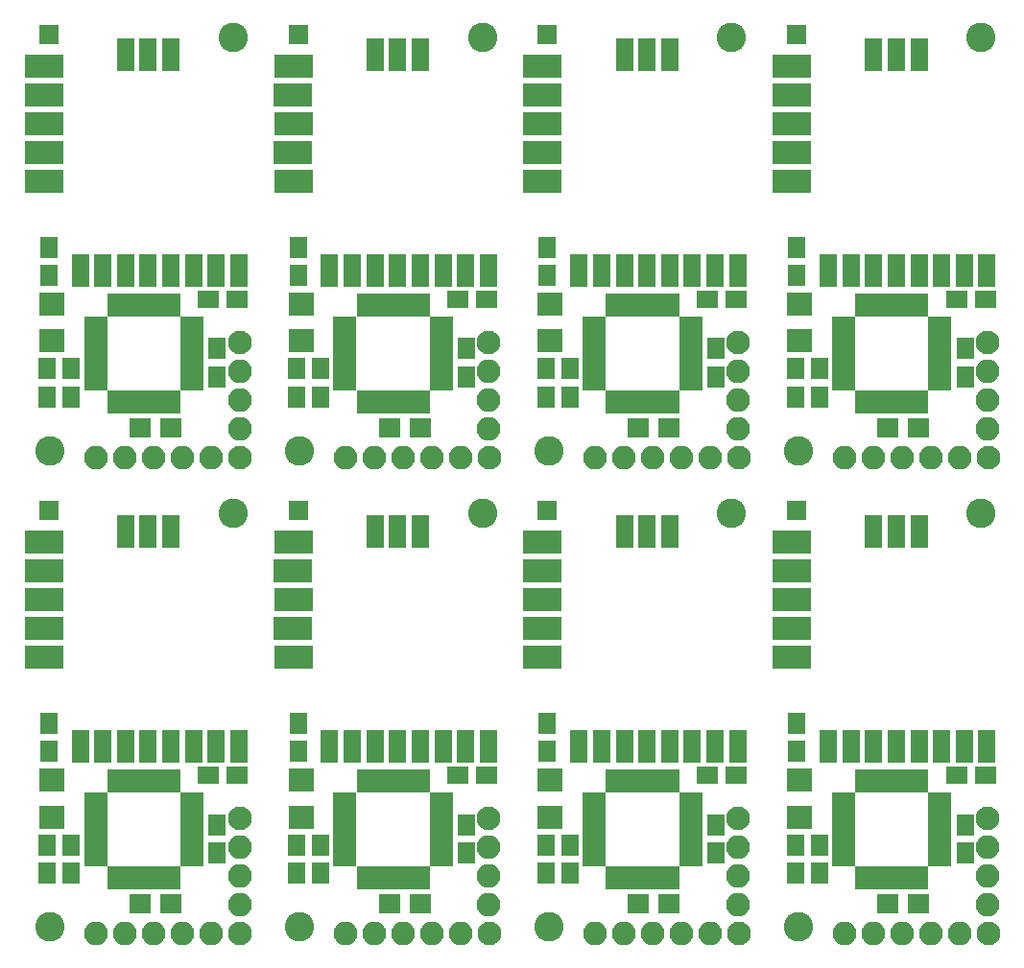
<source format=gbs>
%MOIN*%
%OFA0B0*%
%FSLAX46Y46*%
%IPPOS*%
%LPD*%
%ADD10C,0.0039370078740157488*%
%ADD11R,0.13385826771653545X0.082677165354330714*%
%ADD12R,0.07874015748031496X0.037401574803149609*%
%ADD13R,0.037401574803149609X0.07874015748031496*%
%ADD14C,0.082677165354330714*%
%ADD15O,0.082677165354330714X0.082677165354330714*%
%ADD16R,0.062992125984251982X0.11511811023622047*%
%ADD17R,0.064960629921259838X0.074803149606299218*%
%ADD18R,0.074803149606299218X0.064960629921259838*%
%ADD19R,0.074803149606299218X0.066929133858267723*%
%ADD20R,0.086614173228346469X0.084645669291338585*%
%ADD21C,0.10236220472440946*%
%ADD22R,0.068897637795275593X0.068897637795275593*%
%ADD33C,0.0039370078740157488*%
%ADD34R,0.13385826771653545X0.082677165354330714*%
%ADD35R,0.07874015748031496X0.037401574803149609*%
%ADD36R,0.037401574803149609X0.07874015748031496*%
%ADD37C,0.082677165354330714*%
%ADD38O,0.082677165354330714X0.082677165354330714*%
%ADD39R,0.062992125984251982X0.11511811023622047*%
%ADD40R,0.064960629921259838X0.074803149606299218*%
%ADD41R,0.074803149606299218X0.064960629921259838*%
%ADD42R,0.074803149606299218X0.066929133858267723*%
%ADD43R,0.086614173228346469X0.084645669291338585*%
%ADD44C,0.10236220472440946*%
%ADD45R,0.068897637795275593X0.068897637795275593*%
%ADD56C,0.0039370078740157488*%
%ADD57R,0.13385826771653545X0.082677165354330714*%
%ADD58R,0.07874015748031496X0.037401574803149609*%
%ADD59R,0.037401574803149609X0.07874015748031496*%
%ADD60C,0.082677165354330714*%
%ADD61O,0.082677165354330714X0.082677165354330714*%
%ADD62R,0.062992125984251982X0.11511811023622047*%
%ADD63R,0.064960629921259838X0.074803149606299218*%
%ADD64R,0.074803149606299218X0.064960629921259838*%
%ADD65R,0.074803149606299218X0.066929133858267723*%
%ADD66R,0.086614173228346469X0.084645669291338585*%
%ADD67C,0.10236220472440946*%
%ADD68R,0.068897637795275593X0.068897637795275593*%
%ADD79C,0.0039370078740157488*%
%ADD80R,0.13385826771653545X0.082677165354330714*%
%ADD81R,0.07874015748031496X0.037401574803149609*%
%ADD82R,0.037401574803149609X0.07874015748031496*%
%ADD83C,0.082677165354330714*%
%ADD84O,0.082677165354330714X0.082677165354330714*%
%ADD85R,0.062992125984251982X0.11511811023622047*%
%ADD86R,0.064960629921259838X0.074803149606299218*%
%ADD87R,0.074803149606299218X0.064960629921259838*%
%ADD88R,0.074803149606299218X0.066929133858267723*%
%ADD89R,0.086614173228346469X0.084645669291338585*%
%ADD90C,0.10236220472440946*%
%ADD91R,0.068897637795275593X0.068897637795275593*%
%ADD102C,0.0039370078740157488*%
%ADD103R,0.13385826771653545X0.082677165354330714*%
%ADD104R,0.07874015748031496X0.037401574803149609*%
%ADD105R,0.037401574803149609X0.07874015748031496*%
%ADD106C,0.082677165354330714*%
%ADD107O,0.082677165354330714X0.082677165354330714*%
%ADD108R,0.062992125984251982X0.11511811023622047*%
%ADD109R,0.064960629921259838X0.074803149606299218*%
%ADD110R,0.074803149606299218X0.064960629921259838*%
%ADD111R,0.074803149606299218X0.066929133858267723*%
%ADD112R,0.086614173228346469X0.084645669291338585*%
%ADD113C,0.10236220472440946*%
%ADD114R,0.068897637795275593X0.068897637795275593*%
%ADD125C,0.0039370078740157488*%
%ADD126R,0.13385826771653545X0.082677165354330714*%
%ADD127R,0.07874015748031496X0.037401574803149609*%
%ADD128R,0.037401574803149609X0.07874015748031496*%
%ADD129C,0.082677165354330714*%
%ADD130O,0.082677165354330714X0.082677165354330714*%
%ADD131R,0.062992125984251982X0.11511811023622047*%
%ADD132R,0.064960629921259838X0.074803149606299218*%
%ADD133R,0.074803149606299218X0.064960629921259838*%
%ADD134R,0.074803149606299218X0.066929133858267723*%
%ADD135R,0.086614173228346469X0.084645669291338585*%
%ADD136C,0.10236220472440946*%
%ADD137R,0.068897637795275593X0.068897637795275593*%
%ADD148C,0.0039370078740157488*%
%ADD149R,0.13385826771653545X0.082677165354330714*%
%ADD150R,0.07874015748031496X0.037401574803149609*%
%ADD151R,0.037401574803149609X0.07874015748031496*%
%ADD152C,0.082677165354330714*%
%ADD153O,0.082677165354330714X0.082677165354330714*%
%ADD154R,0.062992125984251982X0.11511811023622047*%
%ADD155R,0.064960629921259838X0.074803149606299218*%
%ADD156R,0.074803149606299218X0.064960629921259838*%
%ADD157R,0.074803149606299218X0.066929133858267723*%
%ADD158R,0.086614173228346469X0.084645669291338585*%
%ADD159C,0.10236220472440946*%
%ADD160R,0.068897637795275593X0.068897637795275593*%
%ADD171C,0.0039370078740157488*%
%ADD172R,0.13385826771653545X0.082677165354330714*%
%ADD173R,0.07874015748031496X0.037401574803149609*%
%ADD174R,0.037401574803149609X0.07874015748031496*%
%ADD175C,0.082677165354330714*%
%ADD176O,0.082677165354330714X0.082677165354330714*%
%ADD177R,0.062992125984251982X0.11511811023622047*%
%ADD178R,0.064960629921259838X0.074803149606299218*%
%ADD179R,0.074803149606299218X0.064960629921259838*%
%ADD180R,0.074803149606299218X0.066929133858267723*%
%ADD181R,0.086614173228346469X0.084645669291338585*%
%ADD182C,0.10236220472440946*%
%ADD183R,0.068897637795275593X0.068897637795275593*%
%LPD*%
G01*
D10*
D11*
X-0006692913Y0004921259D02*
X0000055531Y0001006259D03*
X0000055531Y0001206259D03*
X0000055531Y0001406258D03*
X0000054586Y0001106259D03*
X0000054586Y0001306259D03*
D12*
X0000234763Y0000298523D03*
X0000234763Y0000330019D03*
X0000234763Y0000361515D03*
X0000234763Y0000393011D03*
X0000234763Y0000424507D03*
X0000234763Y0000456003D03*
X0000234763Y0000487499D03*
X0000234763Y0000518996D03*
D13*
X0000291850Y0000576082D03*
X0000323346Y0000576082D03*
X0000354841Y0000576082D03*
X0000386338Y0000576082D03*
X0000417834Y0000576082D03*
X0000449330Y0000576082D03*
X0000480826Y0000576082D03*
X0000512322Y0000576082D03*
D12*
X0000569409Y0000518996D03*
X0000569409Y0000487499D03*
X0000569409Y0000456003D03*
X0000569409Y0000424507D03*
X0000569409Y0000393011D03*
X0000569409Y0000361515D03*
X0000569409Y0000330019D03*
X0000569409Y0000298523D03*
D13*
X0000512322Y0000241435D03*
X0000480826Y0000241435D03*
X0000449330Y0000241435D03*
X0000417834Y0000241435D03*
X0000386338Y0000241435D03*
X0000354841Y0000241435D03*
X0000323346Y0000241435D03*
X0000291850Y0000241435D03*
D14*
X0000734586Y0000448759D03*
D15*
X0000734586Y0000348759D03*
X0000734586Y0000248759D03*
X0000734586Y0000148759D03*
D14*
X0000737086Y0000048759D03*
D15*
X0000637086Y0000048759D03*
X0000537086Y0000048759D03*
X0000437086Y0000048759D03*
X0000337086Y0000048759D03*
X0000237086Y0000048759D03*
D16*
X0000732677Y0000697559D03*
X0000653936Y0000697559D03*
X0000575196Y0000697559D03*
X0000496456Y0000697559D03*
X0000417716Y0000697559D03*
X0000338976Y0000697559D03*
X0000260236Y0000697559D03*
X0000181496Y0000697559D03*
X0000417716Y0001445590D03*
X0000496456Y0001445590D03*
X0000338976Y0001445590D03*
D17*
X0000657086Y0000425472D03*
X0000657086Y0000327047D03*
X0000149586Y0000355472D03*
X0000149586Y0000257047D03*
D18*
X0000726299Y0000598759D03*
X0000627874Y0000598759D03*
D19*
X0000388935Y0000151259D03*
X0000495236Y0000151259D03*
D17*
X0000067086Y0000355472D03*
X0000067086Y0000257047D03*
X0000072086Y0000679547D03*
X0000072086Y0000777972D03*
D20*
X0000082086Y0000452283D03*
X0000082086Y0000580236D03*
D21*
X0000712086Y0001506259D03*
X0000077086Y0000071259D03*
D22*
X0000072086Y0001518759D03*
G01*
D33*
D34*
X-0006692913Y0006574803D02*
X0000055531Y0002659803D03*
X0000055531Y0002859803D03*
X0000055531Y0003059803D03*
X0000054586Y0002759803D03*
X0000054586Y0002959803D03*
D35*
X0000234763Y0001952066D03*
X0000234763Y0001983562D03*
X0000234763Y0002015059D03*
X0000234763Y0002046555D03*
X0000234763Y0002078050D03*
X0000234763Y0002109547D03*
X0000234763Y0002141043D03*
X0000234763Y0002172539D03*
D36*
X0000291850Y0002229625D03*
X0000323346Y0002229625D03*
X0000354841Y0002229625D03*
X0000386338Y0002229625D03*
X0000417834Y0002229625D03*
X0000449330Y0002229625D03*
X0000480826Y0002229625D03*
X0000512322Y0002229625D03*
D35*
X0000569409Y0002172539D03*
X0000569409Y0002141043D03*
X0000569409Y0002109547D03*
X0000569409Y0002078050D03*
X0000569409Y0002046555D03*
X0000569409Y0002015059D03*
X0000569409Y0001983562D03*
X0000569409Y0001952066D03*
D36*
X0000512322Y0001894980D03*
X0000480826Y0001894980D03*
X0000449330Y0001894980D03*
X0000417834Y0001894980D03*
X0000386338Y0001894980D03*
X0000354841Y0001894980D03*
X0000323346Y0001894980D03*
X0000291850Y0001894980D03*
D37*
X0000734586Y0002102303D03*
D38*
X0000734586Y0002002303D03*
X0000734586Y0001902303D03*
X0000734586Y0001802303D03*
D37*
X0000737086Y0001702303D03*
D38*
X0000637086Y0001702303D03*
X0000537086Y0001702303D03*
X0000437086Y0001702303D03*
X0000337086Y0001702303D03*
X0000237086Y0001702303D03*
D39*
X0000732677Y0002351102D03*
X0000653936Y0002351102D03*
X0000575196Y0002351102D03*
X0000496456Y0002351102D03*
X0000417716Y0002351102D03*
X0000338976Y0002351102D03*
X0000260236Y0002351102D03*
X0000181496Y0002351102D03*
X0000417716Y0003099133D03*
X0000496456Y0003099133D03*
X0000338976Y0003099133D03*
D40*
X0000657086Y0002079015D03*
X0000657086Y0001980590D03*
X0000149586Y0002009015D03*
X0000149586Y0001910590D03*
D41*
X0000726299Y0002252303D03*
X0000627874Y0002252303D03*
D42*
X0000388935Y0001804803D03*
X0000495236Y0001804803D03*
D40*
X0000067086Y0002009015D03*
X0000067086Y0001910590D03*
X0000072086Y0002333090D03*
X0000072086Y0002431515D03*
D43*
X0000082086Y0002105826D03*
X0000082086Y0002233779D03*
D44*
X0000712086Y0003159803D03*
X0000077086Y0001724803D03*
D45*
X0000072086Y0003172303D03*
G01*
D56*
D57*
X-0005826771Y0004921259D02*
X0000921673Y0001006259D03*
X0000921673Y0001206259D03*
X0000921673Y0001406258D03*
X0000920728Y0001106259D03*
X0000920728Y0001306259D03*
D58*
X0001100905Y0000298523D03*
X0001100905Y0000330019D03*
X0001100905Y0000361515D03*
X0001100905Y0000393011D03*
X0001100905Y0000424507D03*
X0001100905Y0000456003D03*
X0001100905Y0000487499D03*
X0001100905Y0000518996D03*
D59*
X0001157992Y0000576082D03*
X0001189488Y0000576082D03*
X0001220984Y0000576082D03*
X0001252480Y0000576082D03*
X0001283976Y0000576082D03*
X0001315472Y0000576082D03*
X0001346967Y0000576082D03*
X0001378464Y0000576082D03*
D58*
X0001435551Y0000518996D03*
X0001435551Y0000487499D03*
X0001435551Y0000456003D03*
X0001435551Y0000424507D03*
X0001435551Y0000393011D03*
X0001435551Y0000361515D03*
X0001435551Y0000330019D03*
X0001435551Y0000298523D03*
D59*
X0001378464Y0000241435D03*
X0001346967Y0000241435D03*
X0001315472Y0000241435D03*
X0001283976Y0000241435D03*
X0001252480Y0000241435D03*
X0001220984Y0000241435D03*
X0001189488Y0000241435D03*
X0001157992Y0000241435D03*
D60*
X0001600728Y0000448759D03*
D61*
X0001600728Y0000348759D03*
X0001600728Y0000248759D03*
X0001600728Y0000148759D03*
D60*
X0001603228Y0000048759D03*
D61*
X0001503228Y0000048759D03*
X0001403227Y0000048759D03*
X0001303228Y0000048759D03*
X0001203228Y0000048759D03*
X0001103228Y0000048759D03*
D62*
X0001598818Y0000697559D03*
X0001520078Y0000697559D03*
X0001441338Y0000697559D03*
X0001362597Y0000697559D03*
X0001283858Y0000697559D03*
X0001205118Y0000697559D03*
X0001126377Y0000697559D03*
X0001047636Y0000697559D03*
X0001283858Y0001445590D03*
X0001362597Y0001445590D03*
X0001205118Y0001445590D03*
D63*
X0001523228Y0000425472D03*
X0001523228Y0000327047D03*
X0001015728Y0000355472D03*
X0001015728Y0000257047D03*
D64*
X0001592440Y0000598759D03*
X0001494015Y0000598759D03*
D65*
X0001255078Y0000151259D03*
X0001361377Y0000151259D03*
D63*
X0000933228Y0000355472D03*
X0000933228Y0000257047D03*
X0000938228Y0000679547D03*
X0000938228Y0000777972D03*
D66*
X0000948228Y0000452283D03*
X0000948228Y0000580236D03*
D67*
X0001578228Y0001506259D03*
X0000943228Y0000071259D03*
D68*
X0000938228Y0001518759D03*
G01*
D79*
D80*
X-0004960629Y0004921259D02*
X0001787814Y0001006259D03*
X0001787814Y0001206259D03*
X0001787814Y0001406258D03*
X0001786870Y0001106259D03*
X0001786870Y0001306259D03*
D81*
X0001967047Y0000298523D03*
X0001967047Y0000330019D03*
X0001967047Y0000361515D03*
X0001967047Y0000393011D03*
X0001967047Y0000424507D03*
X0001967047Y0000456003D03*
X0001967047Y0000487499D03*
X0001967047Y0000518996D03*
D82*
X0002024133Y0000576082D03*
X0002055629Y0000576082D03*
X0002087125Y0000576082D03*
X0002118622Y0000576082D03*
X0002150118Y0000576082D03*
X0002181614Y0000576082D03*
X0002213110Y0000576082D03*
X0002244606Y0000576082D03*
D81*
X0002301692Y0000518996D03*
X0002301692Y0000487499D03*
X0002301692Y0000456003D03*
X0002301692Y0000424507D03*
X0002301692Y0000393011D03*
X0002301692Y0000361515D03*
X0002301692Y0000330019D03*
X0002301692Y0000298523D03*
D82*
X0002244606Y0000241435D03*
X0002213110Y0000241435D03*
X0002181614Y0000241435D03*
X0002150118Y0000241435D03*
X0002118622Y0000241435D03*
X0002087125Y0000241435D03*
X0002055629Y0000241435D03*
X0002024133Y0000241435D03*
D83*
X0002466870Y0000448759D03*
D84*
X0002466870Y0000348759D03*
X0002466870Y0000248759D03*
X0002466870Y0000148759D03*
D83*
X0002469370Y0000048759D03*
D84*
X0002369370Y0000048759D03*
X0002269370Y0000048759D03*
X0002169370Y0000048759D03*
X0002069370Y0000048759D03*
X0001969370Y0000048759D03*
D85*
X0002464960Y0000697559D03*
X0002386220Y0000697559D03*
X0002307480Y0000697559D03*
X0002228740Y0000697559D03*
X0002150000Y0000697559D03*
X0002071259Y0000697559D03*
X0001992519Y0000697559D03*
X0001913779Y0000697559D03*
X0002150000Y0001445590D03*
X0002228740Y0001445590D03*
X0002071259Y0001445590D03*
D86*
X0002389370Y0000425472D03*
X0002389370Y0000327047D03*
X0001881868Y0000355472D03*
X0001881868Y0000257047D03*
D87*
X0002458582Y0000598759D03*
X0002360157Y0000598759D03*
D88*
X0002121220Y0000151259D03*
X0002227519Y0000151259D03*
D86*
X0001799370Y0000355472D03*
X0001799370Y0000257047D03*
X0001804370Y0000679547D03*
X0001804370Y0000777972D03*
D89*
X0001814370Y0000452283D03*
X0001814370Y0000580236D03*
D90*
X0002444370Y0001506259D03*
X0001809370Y0000071259D03*
D91*
X0001804370Y0001518759D03*
G04 next file*
%LPD*%
G01*
D102*
D103*
X-0004094488Y0004921259D02*
X0002653956Y0001006259D03*
X0002653956Y0001206259D03*
X0002653956Y0001406258D03*
X0002653010Y0001106259D03*
X0002653010Y0001306259D03*
D104*
X0002833188Y0000298523D03*
X0002833188Y0000330019D03*
X0002833188Y0000361515D03*
X0002833188Y0000393011D03*
X0002833188Y0000424507D03*
X0002833188Y0000456003D03*
X0002833188Y0000487499D03*
X0002833188Y0000518996D03*
D105*
X0002890275Y0000576082D03*
X0002921771Y0000576082D03*
X0002953267Y0000576082D03*
X0002984763Y0000576082D03*
X0003016259Y0000576082D03*
X0003047755Y0000576082D03*
X0003079251Y0000576082D03*
X0003110748Y0000576082D03*
D104*
X0003167834Y0000518996D03*
X0003167834Y0000487499D03*
X0003167834Y0000456003D03*
X0003167834Y0000424507D03*
X0003167834Y0000393011D03*
X0003167834Y0000361515D03*
X0003167834Y0000330019D03*
X0003167834Y0000298523D03*
D105*
X0003110748Y0000241435D03*
X0003079251Y0000241435D03*
X0003047755Y0000241435D03*
X0003016259Y0000241435D03*
X0002984763Y0000241435D03*
X0002953267Y0000241435D03*
X0002921771Y0000241435D03*
X0002890275Y0000241435D03*
D106*
X0003333011Y0000448759D03*
D107*
X0003333011Y0000348759D03*
X0003333011Y0000248759D03*
X0003333011Y0000148759D03*
D106*
X0003335511Y0000048759D03*
D107*
X0003235511Y0000048759D03*
X0003135511Y0000048759D03*
X0003035510Y0000048759D03*
X0002935511Y0000048759D03*
X0002835511Y0000048759D03*
D108*
X0003331102Y0000697559D03*
X0003252362Y0000697559D03*
X0003173622Y0000697559D03*
X0003094881Y0000697559D03*
X0003016141Y0000697559D03*
X0002937401Y0000697559D03*
X0002858661Y0000697559D03*
X0002779921Y0000697559D03*
X0003016141Y0001445590D03*
X0003094881Y0001445590D03*
X0002937401Y0001445590D03*
D109*
X0003255510Y0000425472D03*
X0003255510Y0000327047D03*
X0002748011Y0000355472D03*
X0002748011Y0000257047D03*
D110*
X0003324724Y0000598759D03*
X0003226299Y0000598759D03*
D111*
X0002987362Y0000151259D03*
X0003093661Y0000151259D03*
D109*
X0002665511Y0000355472D03*
X0002665511Y0000257047D03*
X0002670511Y0000679547D03*
X0002670511Y0000777972D03*
D112*
X0002680511Y0000452283D03*
X0002680511Y0000580236D03*
D113*
X0003310511Y0001506259D03*
X0002675511Y0000071259D03*
D114*
X0002670511Y0001518759D03*
G01*
D125*
D126*
X-0005826771Y0006574803D02*
X0000921673Y0002659803D03*
X0000921673Y0002859803D03*
X0000921673Y0003059803D03*
X0000920728Y0002759803D03*
X0000920728Y0002959803D03*
D127*
X0001100905Y0001952066D03*
X0001100905Y0001983562D03*
X0001100905Y0002015059D03*
X0001100905Y0002046555D03*
X0001100905Y0002078050D03*
X0001100905Y0002109547D03*
X0001100905Y0002141043D03*
X0001100905Y0002172539D03*
D128*
X0001157992Y0002229625D03*
X0001189488Y0002229625D03*
X0001220984Y0002229625D03*
X0001252480Y0002229625D03*
X0001283976Y0002229625D03*
X0001315472Y0002229625D03*
X0001346967Y0002229625D03*
X0001378464Y0002229625D03*
D127*
X0001435551Y0002172539D03*
X0001435551Y0002141043D03*
X0001435551Y0002109547D03*
X0001435551Y0002078050D03*
X0001435551Y0002046555D03*
X0001435551Y0002015059D03*
X0001435551Y0001983562D03*
X0001435551Y0001952066D03*
D128*
X0001378464Y0001894980D03*
X0001346967Y0001894980D03*
X0001315472Y0001894980D03*
X0001283976Y0001894980D03*
X0001252480Y0001894980D03*
X0001220984Y0001894980D03*
X0001189488Y0001894980D03*
X0001157992Y0001894980D03*
D129*
X0001600728Y0002102303D03*
D130*
X0001600728Y0002002303D03*
X0001600728Y0001902303D03*
X0001600728Y0001802303D03*
D129*
X0001603228Y0001702303D03*
D130*
X0001503228Y0001702303D03*
X0001403227Y0001702303D03*
X0001303228Y0001702303D03*
X0001203228Y0001702303D03*
X0001103228Y0001702303D03*
D131*
X0001598818Y0002351102D03*
X0001520078Y0002351102D03*
X0001441338Y0002351102D03*
X0001362597Y0002351102D03*
X0001283858Y0002351102D03*
X0001205118Y0002351102D03*
X0001126377Y0002351102D03*
X0001047636Y0002351102D03*
X0001283858Y0003099133D03*
X0001362597Y0003099133D03*
X0001205118Y0003099133D03*
D132*
X0001523228Y0002079015D03*
X0001523228Y0001980590D03*
X0001015728Y0002009015D03*
X0001015728Y0001910590D03*
D133*
X0001592440Y0002252303D03*
X0001494015Y0002252303D03*
D134*
X0001255078Y0001804803D03*
X0001361377Y0001804803D03*
D132*
X0000933228Y0002009015D03*
X0000933228Y0001910590D03*
X0000938228Y0002333090D03*
X0000938228Y0002431515D03*
D135*
X0000948228Y0002105826D03*
X0000948228Y0002233779D03*
D136*
X0001578228Y0003159803D03*
X0000943228Y0001724803D03*
D137*
X0000938228Y0003172303D03*
G04 next file*
G01*
D148*
D149*
X-0004960629Y0006574803D02*
X0001787814Y0002659803D03*
X0001787814Y0002859803D03*
X0001787814Y0003059803D03*
X0001786870Y0002759803D03*
X0001786870Y0002959803D03*
D150*
X0001967047Y0001952066D03*
X0001967047Y0001983562D03*
X0001967047Y0002015059D03*
X0001967047Y0002046555D03*
X0001967047Y0002078050D03*
X0001967047Y0002109547D03*
X0001967047Y0002141043D03*
X0001967047Y0002172539D03*
D151*
X0002024133Y0002229625D03*
X0002055629Y0002229625D03*
X0002087125Y0002229625D03*
X0002118622Y0002229625D03*
X0002150118Y0002229625D03*
X0002181614Y0002229625D03*
X0002213110Y0002229625D03*
X0002244606Y0002229625D03*
D150*
X0002301692Y0002172539D03*
X0002301692Y0002141043D03*
X0002301692Y0002109547D03*
X0002301692Y0002078050D03*
X0002301692Y0002046555D03*
X0002301692Y0002015059D03*
X0002301692Y0001983562D03*
X0002301692Y0001952066D03*
D151*
X0002244606Y0001894980D03*
X0002213110Y0001894980D03*
X0002181614Y0001894980D03*
X0002150118Y0001894980D03*
X0002118622Y0001894980D03*
X0002087125Y0001894980D03*
X0002055629Y0001894980D03*
X0002024133Y0001894980D03*
D152*
X0002466870Y0002102303D03*
D153*
X0002466870Y0002002303D03*
X0002466870Y0001902303D03*
X0002466870Y0001802303D03*
D152*
X0002469370Y0001702303D03*
D153*
X0002369370Y0001702303D03*
X0002269370Y0001702303D03*
X0002169370Y0001702303D03*
X0002069370Y0001702303D03*
X0001969370Y0001702303D03*
D154*
X0002464960Y0002351102D03*
X0002386220Y0002351102D03*
X0002307480Y0002351102D03*
X0002228740Y0002351102D03*
X0002150000Y0002351102D03*
X0002071259Y0002351102D03*
X0001992519Y0002351102D03*
X0001913779Y0002351102D03*
X0002150000Y0003099133D03*
X0002228740Y0003099133D03*
X0002071259Y0003099133D03*
D155*
X0002389370Y0002079015D03*
X0002389370Y0001980590D03*
X0001881868Y0002009015D03*
X0001881868Y0001910590D03*
D156*
X0002458582Y0002252303D03*
X0002360157Y0002252303D03*
D157*
X0002121220Y0001804803D03*
X0002227519Y0001804803D03*
D155*
X0001799370Y0002009015D03*
X0001799370Y0001910590D03*
X0001804370Y0002333090D03*
X0001804370Y0002431515D03*
D158*
X0001814370Y0002105826D03*
X0001814370Y0002233779D03*
D159*
X0002444370Y0003159803D03*
X0001809370Y0001724803D03*
D160*
X0001804370Y0003172303D03*
G04 next file*
G04 #@! TF.FileFunction,Soldermask,Bot*
G04 Gerber Fmt 4.6, Leading zero omitted, Abs format (unit mm)*
G04 Created by KiCad (PCBNEW 4.0.2-stable) date 13.05.2017 08:24:33*
G01*
G04 APERTURE LIST*
G04 APERTURE END LIST*
D171*
D172*
X-0004094488Y0006574803D02*
X0002653956Y0002659803D03*
X0002653956Y0002859803D03*
X0002653956Y0003059803D03*
X0002653010Y0002759803D03*
X0002653010Y0002959803D03*
D173*
X0002833188Y0001952066D03*
X0002833188Y0001983562D03*
X0002833188Y0002015059D03*
X0002833188Y0002046555D03*
X0002833188Y0002078050D03*
X0002833188Y0002109547D03*
X0002833188Y0002141043D03*
X0002833188Y0002172539D03*
D174*
X0002890275Y0002229625D03*
X0002921771Y0002229625D03*
X0002953267Y0002229625D03*
X0002984763Y0002229625D03*
X0003016259Y0002229625D03*
X0003047755Y0002229625D03*
X0003079251Y0002229625D03*
X0003110748Y0002229625D03*
D173*
X0003167834Y0002172539D03*
X0003167834Y0002141043D03*
X0003167834Y0002109547D03*
X0003167834Y0002078050D03*
X0003167834Y0002046555D03*
X0003167834Y0002015059D03*
X0003167834Y0001983562D03*
X0003167834Y0001952066D03*
D174*
X0003110748Y0001894980D03*
X0003079251Y0001894980D03*
X0003047755Y0001894980D03*
X0003016259Y0001894980D03*
X0002984763Y0001894980D03*
X0002953267Y0001894980D03*
X0002921771Y0001894980D03*
X0002890275Y0001894980D03*
D175*
X0003333011Y0002102303D03*
D176*
X0003333011Y0002002303D03*
X0003333011Y0001902303D03*
X0003333011Y0001802303D03*
D175*
X0003335511Y0001702303D03*
D176*
X0003235511Y0001702303D03*
X0003135511Y0001702303D03*
X0003035510Y0001702303D03*
X0002935511Y0001702303D03*
X0002835511Y0001702303D03*
D177*
X0003331102Y0002351102D03*
X0003252362Y0002351102D03*
X0003173622Y0002351102D03*
X0003094881Y0002351102D03*
X0003016141Y0002351102D03*
X0002937401Y0002351102D03*
X0002858661Y0002351102D03*
X0002779921Y0002351102D03*
X0003016141Y0003099133D03*
X0003094881Y0003099133D03*
X0002937401Y0003099133D03*
D178*
X0003255510Y0002079015D03*
X0003255510Y0001980590D03*
X0002748011Y0002009015D03*
X0002748011Y0001910590D03*
D179*
X0003324724Y0002252303D03*
X0003226299Y0002252303D03*
D180*
X0002987362Y0001804803D03*
X0003093661Y0001804803D03*
D178*
X0002665511Y0002009015D03*
X0002665511Y0001910590D03*
X0002670511Y0002333090D03*
X0002670511Y0002431515D03*
D181*
X0002680511Y0002105826D03*
X0002680511Y0002233779D03*
D182*
X0003310511Y0003159803D03*
X0002675511Y0001724803D03*
D183*
X0002670511Y0003172303D03*
M02*
</source>
